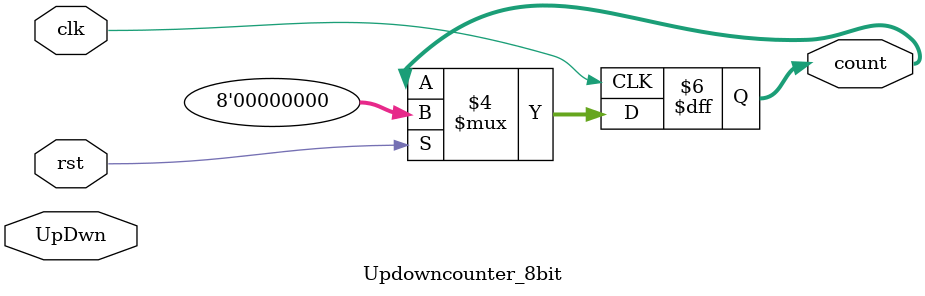
<source format=v>
`timescale 1ns / 1ps


module Updowncounter_8bit(clk, rst, UpDwn, count);
input clk, rst;
input  UpDwn ; // UpDwn = 1 for Up counter and 0 for Down Counter
output [7:0] count;
reg [7:0] count = 0; // initially counter set to 0
 
always @ (posedge clk )
begin
if (rst)
count <= 0;
end

always @( posedge clk )
    begin
                        //Write the logic for 8-bit updown counter using if-else construct
        
        
        
    end
endmodule


</source>
